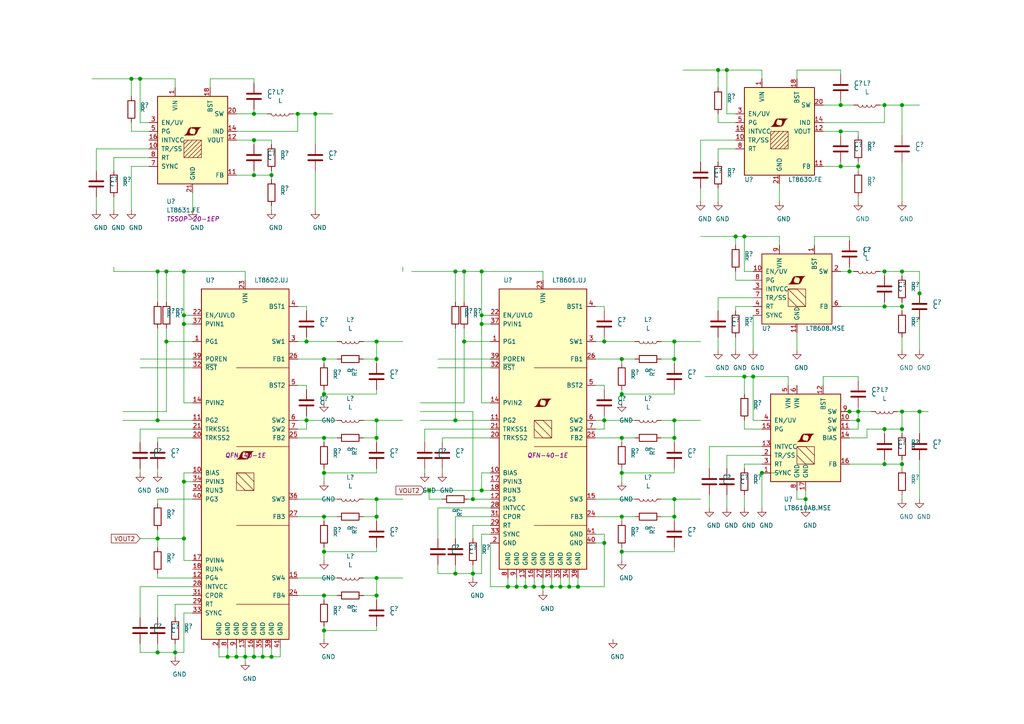
<source format=kicad_sch>
(kicad_sch (version 20201015) (generator eeschema)
  (paper "A4")
  (junction (at 38.1 22.86) (diameter 1.016))
  (junction (at 40.64 22.86) (diameter 1.016))
  (junction (at 45.72 78.74) (diameter 1.016))
  (junction (at 45.72 121.92) (diameter 1.016))
  (junction (at 45.72 156.21) (diameter 1.016))
  (junction (at 45.72 189.23) (diameter 1.016))
  (junction (at 48.26 78.74) (diameter 1.016))
  (junction (at 48.26 99.06) (diameter 1.016))
  (junction (at 50.8 189.23) (diameter 1.016))
  (junction (at 53.34 78.74) (diameter 1.016))
  (junction (at 53.34 91.44) (diameter 1.016))
  (junction (at 53.34 93.98) (diameter 1.016))
  (junction (at 53.34 139.7) (diameter 1.016))
  (junction (at 53.34 156.21) (diameter 1.016))
  (junction (at 66.04 190.5) (diameter 1.016))
  (junction (at 68.58 190.5) (diameter 1.016))
  (junction (at 71.12 190.5) (diameter 1.016))
  (junction (at 73.66 33.02) (diameter 1.016))
  (junction (at 73.66 40.64) (diameter 1.016))
  (junction (at 73.66 50.8) (diameter 1.016))
  (junction (at 73.66 190.5) (diameter 1.016))
  (junction (at 76.2 190.5) (diameter 1.016))
  (junction (at 78.74 50.8) (diameter 1.016))
  (junction (at 78.74 190.5) (diameter 1.016))
  (junction (at 86.36 33.02) (diameter 1.016))
  (junction (at 88.9 99.06) (diameter 1.016))
  (junction (at 88.9 121.92) (diameter 1.016))
  (junction (at 91.44 33.02) (diameter 1.016))
  (junction (at 93.98 104.14) (diameter 1.016))
  (junction (at 93.98 114.3) (diameter 1.016))
  (junction (at 93.98 127) (diameter 1.016))
  (junction (at 93.98 137.16) (diameter 1.016))
  (junction (at 93.98 149.86) (diameter 1.016))
  (junction (at 93.98 160.02) (diameter 1.016))
  (junction (at 93.98 172.72) (diameter 1.016))
  (junction (at 93.98 182.88) (diameter 1.016))
  (junction (at 109.22 99.06) (diameter 1.016))
  (junction (at 109.22 104.14) (diameter 1.016))
  (junction (at 109.22 121.92) (diameter 1.016))
  (junction (at 109.22 127) (diameter 1.016))
  (junction (at 109.22 144.78) (diameter 1.016))
  (junction (at 109.22 149.86) (diameter 1.016))
  (junction (at 109.22 167.64) (diameter 1.016))
  (junction (at 109.22 172.72) (diameter 1.016))
  (junction (at 124.46 142.24) (diameter 1.016))
  (junction (at 132.08 78.74) (diameter 1.016))
  (junction (at 132.08 121.92) (diameter 1.016))
  (junction (at 132.08 166.37) (diameter 1.016))
  (junction (at 134.62 78.74) (diameter 1.016))
  (junction (at 134.62 99.06) (diameter 1.016))
  (junction (at 137.16 144.78) (diameter 1.016))
  (junction (at 137.16 166.37) (diameter 1.016))
  (junction (at 139.7 78.74) (diameter 1.016))
  (junction (at 139.7 91.44) (diameter 1.016))
  (junction (at 139.7 93.98) (diameter 1.016))
  (junction (at 139.7 142.24) (diameter 1.016))
  (junction (at 147.32 170.18) (diameter 1.016))
  (junction (at 149.86 170.18) (diameter 1.016))
  (junction (at 152.4 170.18) (diameter 1.016))
  (junction (at 154.94 170.18) (diameter 1.016))
  (junction (at 157.48 170.18) (diameter 1.016))
  (junction (at 160.02 170.18) (diameter 1.016))
  (junction (at 162.56 170.18) (diameter 1.016))
  (junction (at 165.1 170.18) (diameter 1.016))
  (junction (at 167.64 170.18) (diameter 1.016))
  (junction (at 175.26 99.06) (diameter 1.016))
  (junction (at 175.26 121.92) (diameter 1.016))
  (junction (at 175.26 157.48) (diameter 1.016))
  (junction (at 180.34 104.14) (diameter 1.016))
  (junction (at 180.34 114.3) (diameter 1.016))
  (junction (at 180.34 127) (diameter 1.016))
  (junction (at 180.34 137.16) (diameter 1.016))
  (junction (at 180.34 149.86) (diameter 1.016))
  (junction (at 180.34 160.02) (diameter 1.016))
  (junction (at 195.58 99.06) (diameter 1.016))
  (junction (at 195.58 104.14) (diameter 1.016))
  (junction (at 195.58 121.92) (diameter 1.016))
  (junction (at 195.58 127) (diameter 1.016))
  (junction (at 195.58 144.78) (diameter 1.016))
  (junction (at 195.58 149.86) (diameter 1.016))
  (junction (at 208.28 20.32) (diameter 1.016))
  (junction (at 210.82 20.32) (diameter 1.016))
  (junction (at 213.36 68.58) (diameter 1.016))
  (junction (at 215.9 68.58) (diameter 1.016))
  (junction (at 215.9 109.22) (diameter 1.016))
  (junction (at 218.44 109.22) (diameter 1.016))
  (junction (at 220.98 137.16) (diameter 1.016))
  (junction (at 233.68 144.78) (diameter 1.016))
  (junction (at 243.84 30.48) (diameter 1.016))
  (junction (at 243.84 38.1) (diameter 1.016))
  (junction (at 243.84 48.26) (diameter 1.016))
  (junction (at 246.38 78.74) (diameter 1.016))
  (junction (at 246.38 119.38) (diameter 1.016))
  (junction (at 248.92 48.26) (diameter 1.016))
  (junction (at 248.92 119.38) (diameter 1.016))
  (junction (at 248.92 121.92) (diameter 1.016))
  (junction (at 256.54 30.48) (diameter 1.016))
  (junction (at 256.54 78.74) (diameter 1.016))
  (junction (at 256.54 88.9) (diameter 1.016))
  (junction (at 256.54 124.46) (diameter 1.016))
  (junction (at 256.54 134.62) (diameter 1.016))
  (junction (at 261.62 30.48) (diameter 1.016))
  (junction (at 261.62 78.74) (diameter 1.016))
  (junction (at 261.62 88.9) (diameter 1.016))
  (junction (at 261.62 119.38) (diameter 1.016))
  (junction (at 261.62 124.46) (diameter 1.016))
  (junction (at 261.62 134.62) (diameter 1.016))
  (junction (at 266.7 85.09) (diameter 1.016))
  (junction (at 266.7 119.38) (diameter 1.016))
  (wire (pts (xy 26.67 22.86) (xy 38.1 22.86)))
  (wire (pts (xy 27.94 43.18) (xy 43.18 43.18)))
  (wire (pts (xy 27.94 49.53) (xy 27.94 43.18)))
  (wire (pts (xy 27.94 60.96) (xy 27.94 57.15)))
  (wire (pts (xy 33.02 45.72) (xy 43.18 45.72)))
  (wire (pts (xy 33.02 49.53) (xy 33.02 45.72)))
  (wire (pts (xy 33.02 60.96) (xy 33.02 57.15)))
  (wire (pts (xy 33.02 78.74) (xy 33.02 77.47)))
  (wire (pts (xy 33.02 78.74) (xy 45.72 78.74)))
  (wire (pts (xy 35.56 121.92) (xy 45.72 121.92)))
  (wire (pts (xy 38.1 22.86) (xy 40.64 22.86)))
  (wire (pts (xy 38.1 27.94) (xy 38.1 22.86)))
  (wire (pts (xy 38.1 35.56) (xy 38.1 38.1)))
  (wire (pts (xy 38.1 38.1) (xy 43.18 38.1)))
  (wire (pts (xy 38.1 48.26) (xy 38.1 60.96)))
  (wire (pts (xy 38.1 48.26) (xy 43.18 48.26)))
  (wire (pts (xy 40.64 22.86) (xy 40.64 35.56)))
  (wire (pts (xy 40.64 22.86) (xy 50.8 22.86)))
  (wire (pts (xy 40.64 35.56) (xy 43.18 35.56)))
  (wire (pts (xy 40.64 124.46) (xy 55.88 124.46)))
  (wire (pts (xy 40.64 128.27) (xy 40.64 124.46)))
  (wire (pts (xy 40.64 137.16) (xy 40.64 135.89)))
  (wire (pts (xy 40.64 156.21) (xy 45.72 156.21)))
  (wire (pts (xy 40.64 170.18) (xy 40.64 179.07)))
  (wire (pts (xy 40.64 186.69) (xy 40.64 189.23)))
  (wire (pts (xy 40.64 189.23) (xy 45.72 189.23)))
  (wire (pts (xy 45.72 78.74) (xy 45.72 87.63)))
  (wire (pts (xy 45.72 78.74) (xy 48.26 78.74)))
  (wire (pts (xy 45.72 95.25) (xy 45.72 121.92)))
  (wire (pts (xy 45.72 121.92) (xy 55.88 121.92)))
  (wire (pts (xy 45.72 127) (xy 45.72 128.27)))
  (wire (pts (xy 45.72 137.16) (xy 45.72 135.89)))
  (wire (pts (xy 45.72 144.78) (xy 45.72 146.05)))
  (wire (pts (xy 45.72 153.67) (xy 45.72 156.21)))
  (wire (pts (xy 45.72 156.21) (xy 45.72 158.75)))
  (wire (pts (xy 45.72 156.21) (xy 53.34 156.21)))
  (wire (pts (xy 45.72 166.37) (xy 45.72 167.64)))
  (wire (pts (xy 45.72 167.64) (xy 55.88 167.64)))
  (wire (pts (xy 45.72 172.72) (xy 55.88 172.72)))
  (wire (pts (xy 45.72 179.07) (xy 45.72 172.72)))
  (wire (pts (xy 45.72 186.69) (xy 45.72 189.23)))
  (wire (pts (xy 45.72 189.23) (xy 50.8 189.23)))
  (wire (pts (xy 48.26 78.74) (xy 53.34 78.74)))
  (wire (pts (xy 48.26 87.63) (xy 48.26 78.74)))
  (wire (pts (xy 48.26 95.25) (xy 48.26 99.06)))
  (wire (pts (xy 48.26 99.06) (xy 48.26 119.38)))
  (wire (pts (xy 48.26 119.38) (xy 35.56 119.38)))
  (wire (pts (xy 50.8 22.86) (xy 50.8 25.4)))
  (wire (pts (xy 50.8 175.26) (xy 50.8 179.07)))
  (wire (pts (xy 50.8 186.69) (xy 50.8 189.23)))
  (wire (pts (xy 50.8 189.23) (xy 50.8 190.5)))
  (wire (pts (xy 50.8 189.23) (xy 53.34 189.23)))
  (wire (pts (xy 53.34 78.74) (xy 53.34 91.44)))
  (wire (pts (xy 53.34 78.74) (xy 71.12 78.74)))
  (wire (pts (xy 53.34 91.44) (xy 53.34 93.98)))
  (wire (pts (xy 53.34 93.98) (xy 53.34 116.84)))
  (wire (pts (xy 53.34 93.98) (xy 55.88 93.98)))
  (wire (pts (xy 53.34 116.84) (xy 55.88 116.84)))
  (wire (pts (xy 53.34 137.16) (xy 53.34 139.7)))
  (wire (pts (xy 53.34 139.7) (xy 53.34 156.21)))
  (wire (pts (xy 53.34 156.21) (xy 53.34 162.56)))
  (wire (pts (xy 53.34 162.56) (xy 55.88 162.56)))
  (wire (pts (xy 53.34 177.8) (xy 55.88 177.8)))
  (wire (pts (xy 53.34 189.23) (xy 53.34 177.8)))
  (wire (pts (xy 55.88 55.88) (xy 55.88 60.96)))
  (wire (pts (xy 55.88 91.44) (xy 53.34 91.44)))
  (wire (pts (xy 55.88 99.06) (xy 48.26 99.06)))
  (wire (pts (xy 55.88 104.14) (xy 40.64 104.14)))
  (wire (pts (xy 55.88 106.68) (xy 40.64 106.68)))
  (wire (pts (xy 55.88 127) (xy 45.72 127)))
  (wire (pts (xy 55.88 137.16) (xy 53.34 137.16)))
  (wire (pts (xy 55.88 139.7) (xy 53.34 139.7)))
  (wire (pts (xy 55.88 144.78) (xy 45.72 144.78)))
  (wire (pts (xy 55.88 170.18) (xy 40.64 170.18)))
  (wire (pts (xy 55.88 175.26) (xy 50.8 175.26)))
  (wire (pts (xy 60.96 22.86) (xy 60.96 25.4)))
  (wire (pts (xy 60.96 22.86) (xy 73.66 22.86)))
  (wire (pts (xy 63.5 187.96) (xy 63.5 190.5)))
  (wire (pts (xy 63.5 190.5) (xy 66.04 190.5)))
  (wire (pts (xy 66.04 187.96) (xy 66.04 190.5)))
  (wire (pts (xy 66.04 190.5) (xy 68.58 190.5)))
  (wire (pts (xy 68.58 33.02) (xy 73.66 33.02)))
  (wire (pts (xy 68.58 38.1) (xy 86.36 38.1)))
  (wire (pts (xy 68.58 40.64) (xy 73.66 40.64)))
  (wire (pts (xy 68.58 50.8) (xy 73.66 50.8)))
  (wire (pts (xy 68.58 187.96) (xy 68.58 190.5)))
  (wire (pts (xy 68.58 190.5) (xy 71.12 190.5)))
  (wire (pts (xy 71.12 78.74) (xy 71.12 81.28)))
  (wire (pts (xy 71.12 187.96) (xy 71.12 190.5)))
  (wire (pts (xy 71.12 190.5) (xy 71.12 191.77)))
  (wire (pts (xy 71.12 190.5) (xy 73.66 190.5)))
  (wire (pts (xy 73.66 22.86) (xy 73.66 24.13)))
  (wire (pts (xy 73.66 31.75) (xy 73.66 33.02)))
  (wire (pts (xy 73.66 33.02) (xy 77.47 33.02)))
  (wire (pts (xy 73.66 40.64) (xy 78.74 40.64)))
  (wire (pts (xy 73.66 41.91) (xy 73.66 40.64)))
  (wire (pts (xy 73.66 50.8) (xy 73.66 49.53)))
  (wire (pts (xy 73.66 50.8) (xy 78.74 50.8)))
  (wire (pts (xy 73.66 187.96) (xy 73.66 190.5)))
  (wire (pts (xy 73.66 190.5) (xy 76.2 190.5)))
  (wire (pts (xy 76.2 187.96) (xy 76.2 190.5)))
  (wire (pts (xy 76.2 190.5) (xy 78.74 190.5)))
  (wire (pts (xy 78.74 40.64) (xy 78.74 41.91)))
  (wire (pts (xy 78.74 49.53) (xy 78.74 50.8)))
  (wire (pts (xy 78.74 50.8) (xy 78.74 52.07)))
  (wire (pts (xy 78.74 59.69) (xy 78.74 60.96)))
  (wire (pts (xy 78.74 187.96) (xy 78.74 190.5)))
  (wire (pts (xy 78.74 190.5) (xy 81.28 190.5)))
  (wire (pts (xy 81.28 190.5) (xy 81.28 187.96)))
  (wire (pts (xy 85.09 33.02) (xy 86.36 33.02)))
  (wire (pts (xy 86.36 33.02) (xy 91.44 33.02)))
  (wire (pts (xy 86.36 38.1) (xy 86.36 33.02)))
  (wire (pts (xy 86.36 99.06) (xy 88.9 99.06)))
  (wire (pts (xy 86.36 104.14) (xy 93.98 104.14)))
  (wire (pts (xy 86.36 121.92) (xy 88.9 121.92)))
  (wire (pts (xy 86.36 127) (xy 93.98 127)))
  (wire (pts (xy 86.36 144.78) (xy 97.79 144.78)))
  (wire (pts (xy 86.36 149.86) (xy 93.98 149.86)))
  (wire (pts (xy 86.36 167.64) (xy 97.79 167.64)))
  (wire (pts (xy 86.36 172.72) (xy 93.98 172.72)))
  (wire (pts (xy 88.9 88.9) (xy 86.36 88.9)))
  (wire (pts (xy 88.9 90.17) (xy 88.9 88.9)))
  (wire (pts (xy 88.9 97.79) (xy 88.9 99.06)))
  (wire (pts (xy 88.9 99.06) (xy 97.79 99.06)))
  (wire (pts (xy 88.9 111.76) (xy 86.36 111.76)))
  (wire (pts (xy 88.9 113.03) (xy 88.9 111.76)))
  (wire (pts (xy 88.9 120.65) (xy 88.9 121.92)))
  (wire (pts (xy 88.9 121.92) (xy 88.9 124.46)))
  (wire (pts (xy 88.9 121.92) (xy 97.79 121.92)))
  (wire (pts (xy 88.9 124.46) (xy 86.36 124.46)))
  (wire (pts (xy 91.44 33.02) (xy 91.44 41.91)))
  (wire (pts (xy 91.44 33.02) (xy 96.52 33.02)))
  (wire (pts (xy 91.44 60.96) (xy 91.44 49.53)))
  (wire (pts (xy 93.98 104.14) (xy 97.79 104.14)))
  (wire (pts (xy 93.98 105.41) (xy 93.98 104.14)))
  (wire (pts (xy 93.98 113.03) (xy 93.98 114.3)))
  (wire (pts (xy 93.98 114.3) (xy 93.98 116.84)))
  (wire (pts (xy 93.98 114.3) (xy 109.22 114.3)))
  (wire (pts (xy 93.98 127) (xy 97.79 127)))
  (wire (pts (xy 93.98 128.27) (xy 93.98 127)))
  (wire (pts (xy 93.98 135.89) (xy 93.98 137.16)))
  (wire (pts (xy 93.98 137.16) (xy 93.98 139.7)))
  (wire (pts (xy 93.98 137.16) (xy 109.22 137.16)))
  (wire (pts (xy 93.98 149.86) (xy 97.79 149.86)))
  (wire (pts (xy 93.98 151.13) (xy 93.98 149.86)))
  (wire (pts (xy 93.98 158.75) (xy 93.98 160.02)))
  (wire (pts (xy 93.98 160.02) (xy 93.98 162.56)))
  (wire (pts (xy 93.98 160.02) (xy 109.22 160.02)))
  (wire (pts (xy 93.98 172.72) (xy 97.79 172.72)))
  (wire (pts (xy 93.98 173.99) (xy 93.98 172.72)))
  (wire (pts (xy 93.98 181.61) (xy 93.98 182.88)))
  (wire (pts (xy 93.98 182.88) (xy 93.98 185.42)))
  (wire (pts (xy 93.98 182.88) (xy 109.22 182.88)))
  (wire (pts (xy 105.41 99.06) (xy 109.22 99.06)))
  (wire (pts (xy 105.41 104.14) (xy 109.22 104.14)))
  (wire (pts (xy 105.41 121.92) (xy 109.22 121.92)))
  (wire (pts (xy 105.41 127) (xy 109.22 127)))
  (wire (pts (xy 105.41 144.78) (xy 109.22 144.78)))
  (wire (pts (xy 105.41 149.86) (xy 109.22 149.86)))
  (wire (pts (xy 105.41 167.64) (xy 109.22 167.64)))
  (wire (pts (xy 105.41 172.72) (xy 109.22 172.72)))
  (wire (pts (xy 109.22 99.06) (xy 109.22 104.14)))
  (wire (pts (xy 109.22 99.06) (xy 116.84 99.06)))
  (wire (pts (xy 109.22 104.14) (xy 109.22 105.41)))
  (wire (pts (xy 109.22 114.3) (xy 109.22 113.03)))
  (wire (pts (xy 109.22 121.92) (xy 109.22 127)))
  (wire (pts (xy 109.22 121.92) (xy 116.84 121.92)))
  (wire (pts (xy 109.22 127) (xy 109.22 128.27)))
  (wire (pts (xy 109.22 137.16) (xy 109.22 135.89)))
  (wire (pts (xy 109.22 144.78) (xy 109.22 149.86)))
  (wire (pts (xy 109.22 144.78) (xy 116.84 144.78)))
  (wire (pts (xy 109.22 149.86) (xy 109.22 151.13)))
  (wire (pts (xy 109.22 160.02) (xy 109.22 158.75)))
  (wire (pts (xy 109.22 167.64) (xy 109.22 172.72)))
  (wire (pts (xy 109.22 167.64) (xy 116.84 167.64)))
  (wire (pts (xy 109.22 172.72) (xy 109.22 173.99)))
  (wire (pts (xy 109.22 182.88) (xy 109.22 181.61)))
  (wire (pts (xy 116.84 78.74) (xy 116.84 77.47)))
  (wire (pts (xy 119.38 78.74) (xy 132.08 78.74)))
  (wire (pts (xy 121.92 121.92) (xy 132.08 121.92)))
  (wire (pts (xy 123.19 124.46) (xy 142.24 124.46)))
  (wire (pts (xy 123.19 128.27) (xy 123.19 124.46)))
  (wire (pts (xy 123.19 137.16) (xy 123.19 135.89)))
  (wire (pts (xy 123.19 142.24) (xy 124.46 142.24)))
  (wire (pts (xy 124.46 142.24) (xy 124.46 144.78)))
  (wire (pts (xy 124.46 142.24) (xy 139.7 142.24)))
  (wire (pts (xy 124.46 144.78) (xy 128.27 144.78)))
  (wire (pts (xy 127 147.32) (xy 127 156.21)))
  (wire (pts (xy 127 163.83) (xy 127 166.37)))
  (wire (pts (xy 127 166.37) (xy 132.08 166.37)))
  (wire (pts (xy 128.27 127) (xy 128.27 128.27)))
  (wire (pts (xy 128.27 137.16) (xy 128.27 135.89)))
  (wire (pts (xy 132.08 78.74) (xy 132.08 87.63)))
  (wire (pts (xy 132.08 78.74) (xy 134.62 78.74)))
  (wire (pts (xy 132.08 95.25) (xy 132.08 121.92)))
  (wire (pts (xy 132.08 121.92) (xy 142.24 121.92)))
  (wire (pts (xy 132.08 149.86) (xy 142.24 149.86)))
  (wire (pts (xy 132.08 156.21) (xy 132.08 149.86)))
  (wire (pts (xy 132.08 163.83) (xy 132.08 166.37)))
  (wire (pts (xy 132.08 166.37) (xy 137.16 166.37)))
  (wire (pts (xy 134.62 78.74) (xy 139.7 78.74)))
  (wire (pts (xy 134.62 87.63) (xy 134.62 78.74)))
  (wire (pts (xy 134.62 95.25) (xy 134.62 99.06)))
  (wire (pts (xy 134.62 99.06) (xy 134.62 116.84)))
  (wire (pts (xy 134.62 116.84) (xy 121.92 116.84)))
  (wire (pts (xy 135.89 144.78) (xy 137.16 144.78)))
  (wire (pts (xy 137.16 119.38) (xy 121.92 119.38)))
  (wire (pts (xy 137.16 144.78) (xy 137.16 119.38)))
  (wire (pts (xy 137.16 144.78) (xy 142.24 144.78)))
  (wire (pts (xy 137.16 152.4) (xy 137.16 156.21)))
  (wire (pts (xy 137.16 163.83) (xy 137.16 166.37)))
  (wire (pts (xy 137.16 166.37) (xy 137.16 167.64)))
  (wire (pts (xy 137.16 166.37) (xy 139.7 166.37)))
  (wire (pts (xy 139.7 78.74) (xy 139.7 91.44)))
  (wire (pts (xy 139.7 78.74) (xy 157.48 78.74)))
  (wire (pts (xy 139.7 91.44) (xy 139.7 93.98)))
  (wire (pts (xy 139.7 93.98) (xy 139.7 116.84)))
  (wire (pts (xy 139.7 93.98) (xy 142.24 93.98)))
  (wire (pts (xy 139.7 116.84) (xy 142.24 116.84)))
  (wire (pts (xy 139.7 137.16) (xy 139.7 142.24)))
  (wire (pts (xy 139.7 142.24) (xy 142.24 142.24)))
  (wire (pts (xy 139.7 154.94) (xy 142.24 154.94)))
  (wire (pts (xy 139.7 166.37) (xy 139.7 154.94)))
  (wire (pts (xy 142.24 91.44) (xy 139.7 91.44)))
  (wire (pts (xy 142.24 99.06) (xy 134.62 99.06)))
  (wire (pts (xy 142.24 104.14) (xy 127 104.14)))
  (wire (pts (xy 142.24 106.68) (xy 127 106.68)))
  (wire (pts (xy 142.24 127) (xy 128.27 127)))
  (wire (pts (xy 142.24 137.16) (xy 139.7 137.16)))
  (wire (pts (xy 142.24 147.32) (xy 127 147.32)))
  (wire (pts (xy 142.24 152.4) (xy 137.16 152.4)))
  (wire (pts (xy 142.24 170.18) (xy 142.24 157.48)))
  (wire (pts (xy 147.32 167.64) (xy 147.32 170.18)))
  (wire (pts (xy 147.32 170.18) (xy 142.24 170.18)))
  (wire (pts (xy 149.86 170.18) (xy 147.32 170.18)))
  (wire (pts (xy 149.86 170.18) (xy 149.86 167.64)))
  (wire (pts (xy 152.4 167.64) (xy 152.4 170.18)))
  (wire (pts (xy 152.4 170.18) (xy 149.86 170.18)))
  (wire (pts (xy 154.94 167.64) (xy 154.94 170.18)))
  (wire (pts (xy 154.94 170.18) (xy 152.4 170.18)))
  (wire (pts (xy 157.48 78.74) (xy 157.48 81.28)))
  (wire (pts (xy 157.48 167.64) (xy 157.48 170.18)))
  (wire (pts (xy 157.48 170.18) (xy 154.94 170.18)))
  (wire (pts (xy 157.48 170.18) (xy 157.48 171.45)))
  (wire (pts (xy 160.02 167.64) (xy 160.02 170.18)))
  (wire (pts (xy 160.02 170.18) (xy 157.48 170.18)))
  (wire (pts (xy 162.56 167.64) (xy 162.56 170.18)))
  (wire (pts (xy 162.56 170.18) (xy 160.02 170.18)))
  (wire (pts (xy 165.1 167.64) (xy 165.1 170.18)))
  (wire (pts (xy 165.1 170.18) (xy 162.56 170.18)))
  (wire (pts (xy 167.64 170.18) (xy 165.1 170.18)))
  (wire (pts (xy 167.64 170.18) (xy 167.64 167.64)))
  (wire (pts (xy 172.72 99.06) (xy 175.26 99.06)))
  (wire (pts (xy 172.72 104.14) (xy 180.34 104.14)))
  (wire (pts (xy 172.72 121.92) (xy 175.26 121.92)))
  (wire (pts (xy 172.72 127) (xy 180.34 127)))
  (wire (pts (xy 172.72 144.78) (xy 184.15 144.78)))
  (wire (pts (xy 172.72 149.86) (xy 180.34 149.86)))
  (wire (pts (xy 172.72 154.94) (xy 175.26 154.94)))
  (wire (pts (xy 172.72 157.48) (xy 175.26 157.48)))
  (wire (pts (xy 175.26 88.9) (xy 172.72 88.9)))
  (wire (pts (xy 175.26 90.17) (xy 175.26 88.9)))
  (wire (pts (xy 175.26 97.79) (xy 175.26 99.06)))
  (wire (pts (xy 175.26 99.06) (xy 184.15 99.06)))
  (wire (pts (xy 175.26 111.76) (xy 172.72 111.76)))
  (wire (pts (xy 175.26 113.03) (xy 175.26 111.76)))
  (wire (pts (xy 175.26 120.65) (xy 175.26 121.92)))
  (wire (pts (xy 175.26 121.92) (xy 175.26 124.46)))
  (wire (pts (xy 175.26 121.92) (xy 184.15 121.92)))
  (wire (pts (xy 175.26 124.46) (xy 172.72 124.46)))
  (wire (pts (xy 175.26 154.94) (xy 175.26 157.48)))
  (wire (pts (xy 175.26 157.48) (xy 175.26 170.18)))
  (wire (pts (xy 175.26 170.18) (xy 167.64 170.18)))
  (wire (pts (xy 180.34 104.14) (xy 184.15 104.14)))
  (wire (pts (xy 180.34 105.41) (xy 180.34 104.14)))
  (wire (pts (xy 180.34 113.03) (xy 180.34 114.3)))
  (wire (pts (xy 180.34 114.3) (xy 180.34 116.84)))
  (wire (pts (xy 180.34 114.3) (xy 195.58 114.3)))
  (wire (pts (xy 180.34 127) (xy 184.15 127)))
  (wire (pts (xy 180.34 128.27) (xy 180.34 127)))
  (wire (pts (xy 180.34 135.89) (xy 180.34 137.16)))
  (wire (pts (xy 180.34 137.16) (xy 180.34 139.7)))
  (wire (pts (xy 180.34 137.16) (xy 195.58 137.16)))
  (wire (pts (xy 180.34 149.86) (xy 184.15 149.86)))
  (wire (pts (xy 180.34 151.13) (xy 180.34 149.86)))
  (wire (pts (xy 180.34 158.75) (xy 180.34 160.02)))
  (wire (pts (xy 180.34 160.02) (xy 180.34 162.56)))
  (wire (pts (xy 180.34 160.02) (xy 195.58 160.02)))
  (wire (pts (xy 191.77 99.06) (xy 195.58 99.06)))
  (wire (pts (xy 191.77 104.14) (xy 195.58 104.14)))
  (wire (pts (xy 191.77 121.92) (xy 195.58 121.92)))
  (wire (pts (xy 191.77 127) (xy 195.58 127)))
  (wire (pts (xy 191.77 144.78) (xy 195.58 144.78)))
  (wire (pts (xy 191.77 149.86) (xy 195.58 149.86)))
  (wire (pts (xy 195.58 99.06) (xy 195.58 104.14)))
  (wire (pts (xy 195.58 99.06) (xy 203.2 99.06)))
  (wire (pts (xy 195.58 104.14) (xy 195.58 105.41)))
  (wire (pts (xy 195.58 114.3) (xy 195.58 113.03)))
  (wire (pts (xy 195.58 121.92) (xy 195.58 127)))
  (wire (pts (xy 195.58 121.92) (xy 203.2 121.92)))
  (wire (pts (xy 195.58 127) (xy 195.58 128.27)))
  (wire (pts (xy 195.58 137.16) (xy 195.58 135.89)))
  (wire (pts (xy 195.58 144.78) (xy 195.58 149.86)))
  (wire (pts (xy 195.58 144.78) (xy 203.2 144.78)))
  (wire (pts (xy 195.58 149.86) (xy 195.58 151.13)))
  (wire (pts (xy 195.58 160.02) (xy 195.58 158.75)))
  (wire (pts (xy 198.12 20.32) (xy 208.28 20.32)))
  (wire (pts (xy 203.2 40.64) (xy 213.36 40.64)))
  (wire (pts (xy 203.2 46.99) (xy 203.2 40.64)))
  (wire (pts (xy 203.2 58.42) (xy 203.2 54.61)))
  (wire (pts (xy 203.2 68.58) (xy 213.36 68.58)))
  (wire (pts (xy 204.47 109.22) (xy 215.9 109.22)))
  (wire (pts (xy 205.74 129.54) (xy 220.98 129.54)))
  (wire (pts (xy 205.74 135.89) (xy 205.74 129.54)))
  (wire (pts (xy 205.74 143.51) (xy 205.74 147.32)))
  (wire (pts (xy 208.28 20.32) (xy 210.82 20.32)))
  (wire (pts (xy 208.28 25.4) (xy 208.28 20.32)))
  (wire (pts (xy 208.28 33.02) (xy 208.28 35.56)))
  (wire (pts (xy 208.28 35.56) (xy 213.36 35.56)))
  (wire (pts (xy 208.28 43.18) (xy 213.36 43.18)))
  (wire (pts (xy 208.28 46.99) (xy 208.28 43.18)))
  (wire (pts (xy 208.28 58.42) (xy 208.28 54.61)))
  (wire (pts (xy 208.28 86.36) (xy 208.28 90.17)))
  (wire (pts (xy 208.28 86.36) (xy 218.44 86.36)))
  (wire (pts (xy 208.28 101.6) (xy 208.28 97.79)))
  (wire (pts (xy 210.82 20.32) (xy 210.82 33.02)))
  (wire (pts (xy 210.82 20.32) (xy 220.98 20.32)))
  (wire (pts (xy 210.82 33.02) (xy 213.36 33.02)))
  (wire (pts (xy 210.82 132.08) (xy 220.98 132.08)))
  (wire (pts (xy 210.82 135.89) (xy 210.82 132.08)))
  (wire (pts (xy 210.82 147.32) (xy 210.82 143.51)))
  (wire (pts (xy 213.36 68.58) (xy 215.9 68.58)))
  (wire (pts (xy 213.36 71.12) (xy 213.36 68.58)))
  (wire (pts (xy 213.36 78.74) (xy 213.36 81.28)))
  (wire (pts (xy 213.36 81.28) (xy 218.44 81.28)))
  (wire (pts (xy 213.36 88.9) (xy 213.36 90.17)))
  (wire (pts (xy 213.36 88.9) (xy 218.44 88.9)))
  (wire (pts (xy 213.36 101.6) (xy 213.36 97.79)))
  (wire (pts (xy 215.9 68.58) (xy 215.9 78.74)))
  (wire (pts (xy 215.9 68.58) (xy 226.06 68.58)))
  (wire (pts (xy 215.9 78.74) (xy 218.44 78.74)))
  (wire (pts (xy 215.9 109.22) (xy 218.44 109.22)))
  (wire (pts (xy 215.9 114.3) (xy 215.9 109.22)))
  (wire (pts (xy 215.9 121.92) (xy 215.9 124.46)))
  (wire (pts (xy 215.9 124.46) (xy 220.98 124.46)))
  (wire (pts (xy 215.9 134.62) (xy 220.98 134.62)))
  (wire (pts (xy 215.9 135.89) (xy 215.9 134.62)))
  (wire (pts (xy 215.9 147.32) (xy 215.9 143.51)))
  (wire (pts (xy 218.44 101.6) (xy 218.44 91.44)))
  (wire (pts (xy 218.44 109.22) (xy 218.44 121.92)))
  (wire (pts (xy 218.44 109.22) (xy 228.6 109.22)))
  (wire (pts (xy 218.44 121.92) (xy 220.98 121.92)))
  (wire (pts (xy 220.98 20.32) (xy 220.98 22.86)))
  (wire (pts (xy 220.98 137.16) (xy 220.98 147.32)))
  (wire (pts (xy 220.98 137.16) (xy 226.06 137.16)))
  (wire (pts (xy 226.06 53.34) (xy 226.06 58.42)))
  (wire (pts (xy 226.06 68.58) (xy 226.06 71.12)))
  (wire (pts (xy 228.6 109.22) (xy 228.6 111.76)))
  (wire (pts (xy 231.14 20.32) (xy 231.14 22.86)))
  (wire (pts (xy 231.14 20.32) (xy 243.84 20.32)))
  (wire (pts (xy 231.14 96.52) (xy 231.14 101.6)))
  (wire (pts (xy 231.14 142.24) (xy 231.14 144.78)))
  (wire (pts (xy 231.14 144.78) (xy 233.68 144.78)))
  (wire (pts (xy 233.68 142.24) (xy 233.68 144.78)))
  (wire (pts (xy 233.68 144.78) (xy 233.68 147.32)))
  (wire (pts (xy 236.22 68.58) (xy 236.22 71.12)))
  (wire (pts (xy 236.22 68.58) (xy 246.38 68.58)))
  (wire (pts (xy 238.76 30.48) (xy 243.84 30.48)))
  (wire (pts (xy 238.76 35.56) (xy 256.54 35.56)))
  (wire (pts (xy 238.76 38.1) (xy 243.84 38.1)))
  (wire (pts (xy 238.76 48.26) (xy 243.84 48.26)))
  (wire (pts (xy 238.76 109.22) (xy 238.76 111.76)))
  (wire (pts (xy 238.76 109.22) (xy 248.92 109.22)))
  (wire (pts (xy 243.84 20.32) (xy 243.84 21.59)))
  (wire (pts (xy 243.84 29.21) (xy 243.84 30.48)))
  (wire (pts (xy 243.84 30.48) (xy 247.65 30.48)))
  (wire (pts (xy 243.84 38.1) (xy 248.92 38.1)))
  (wire (pts (xy 243.84 39.37) (xy 243.84 38.1)))
  (wire (pts (xy 243.84 48.26) (xy 243.84 46.99)))
  (wire (pts (xy 243.84 48.26) (xy 248.92 48.26)))
  (wire (pts (xy 243.84 78.74) (xy 246.38 78.74)))
  (wire (pts (xy 243.84 88.9) (xy 256.54 88.9)))
  (wire (pts (xy 243.84 119.38) (xy 246.38 119.38)))
  (wire (pts (xy 246.38 68.58) (xy 246.38 69.85)))
  (wire (pts (xy 246.38 77.47) (xy 246.38 78.74)))
  (wire (pts (xy 246.38 78.74) (xy 247.65 78.74)))
  (wire (pts (xy 246.38 119.38) (xy 248.92 119.38)))
  (wire (pts (xy 246.38 121.92) (xy 248.92 121.92)))
  (wire (pts (xy 246.38 127) (xy 251.46 127)))
  (wire (pts (xy 246.38 134.62) (xy 256.54 134.62)))
  (wire (pts (xy 248.92 38.1) (xy 248.92 39.37)))
  (wire (pts (xy 248.92 46.99) (xy 248.92 48.26)))
  (wire (pts (xy 248.92 48.26) (xy 248.92 49.53)))
  (wire (pts (xy 248.92 57.15) (xy 248.92 58.42)))
  (wire (pts (xy 248.92 109.22) (xy 248.92 110.49)))
  (wire (pts (xy 248.92 118.11) (xy 248.92 119.38)))
  (wire (pts (xy 248.92 119.38) (xy 248.92 121.92)))
  (wire (pts (xy 248.92 119.38) (xy 252.73 119.38)))
  (wire (pts (xy 248.92 121.92) (xy 248.92 124.46)))
  (wire (pts (xy 248.92 124.46) (xy 246.38 124.46)))
  (wire (pts (xy 251.46 124.46) (xy 256.54 124.46)))
  (wire (pts (xy 251.46 127) (xy 251.46 124.46)))
  (wire (pts (xy 255.27 30.48) (xy 256.54 30.48)))
  (wire (pts (xy 255.27 78.74) (xy 256.54 78.74)))
  (wire (pts (xy 256.54 30.48) (xy 261.62 30.48)))
  (wire (pts (xy 256.54 35.56) (xy 256.54 30.48)))
  (wire (pts (xy 256.54 78.74) (xy 261.62 78.74)))
  (wire (pts (xy 256.54 80.01) (xy 256.54 78.74)))
  (wire (pts (xy 256.54 88.9) (xy 256.54 87.63)))
  (wire (pts (xy 256.54 88.9) (xy 261.62 88.9)))
  (wire (pts (xy 256.54 124.46) (xy 261.62 124.46)))
  (wire (pts (xy 256.54 125.73) (xy 256.54 124.46)))
  (wire (pts (xy 256.54 134.62) (xy 256.54 133.35)))
  (wire (pts (xy 256.54 134.62) (xy 261.62 134.62)))
  (wire (pts (xy 260.35 119.38) (xy 261.62 119.38)))
  (wire (pts (xy 261.62 30.48) (xy 261.62 39.37)))
  (wire (pts (xy 261.62 30.48) (xy 266.7 30.48)))
  (wire (pts (xy 261.62 58.42) (xy 261.62 46.99)))
  (wire (pts (xy 261.62 78.74) (xy 261.62 80.01)))
  (wire (pts (xy 261.62 78.74) (xy 266.7 78.74)))
  (wire (pts (xy 261.62 87.63) (xy 261.62 88.9)))
  (wire (pts (xy 261.62 88.9) (xy 261.62 90.17)))
  (wire (pts (xy 261.62 97.79) (xy 261.62 101.6)))
  (wire (pts (xy 261.62 119.38) (xy 261.62 124.46)))
  (wire (pts (xy 261.62 119.38) (xy 266.7 119.38)))
  (wire (pts (xy 261.62 124.46) (xy 261.62 125.73)))
  (wire (pts (xy 261.62 133.35) (xy 261.62 134.62)))
  (wire (pts (xy 261.62 134.62) (xy 261.62 135.89)))
  (wire (pts (xy 261.62 143.51) (xy 261.62 144.78)))
  (wire (pts (xy 266.7 78.74) (xy 266.7 85.09)))
  (wire (pts (xy 266.7 85.09) (xy 266.7 87.63)))
  (wire (pts (xy 266.7 101.6) (xy 266.7 92.71)))
  (wire (pts (xy 266.7 119.38) (xy 266.7 125.73)))
  (wire (pts (xy 266.7 119.38) (xy 269.24 119.38)))
  (wire (pts (xy 266.7 144.78) (xy 266.7 133.35)))
  (global_label "VOUT2" (shape input) (at 40.64 156.21 180) (property "Intersheet References" "${INTERSHEET_REFS}" (effects hide)))
  (global_label "VOUT2" (shape input) (at 123.19 142.24 180) (property "Intersheet References" "${INTERSHEET_REFS}" (effects hide)))
  (symbol (lib_id "Device:L") (at 81.28 33.02 270) (unit 1)
    (property "Reference" "L?" (at 81.28 26.67 90))
    (property "Value" "L" (at 81.28 29.21 90))
  )
  (symbol (lib_id "Device:L") (at 101.6 99.06 270) (unit 1)
    (property "Reference" "L?" (at 101.6 92.71 90))
    (property "Value" "L" (at 101.6 95.25 90))
  )
  (symbol (lib_id "Device:L") (at 101.6 121.92 270) (unit 1)
    (property "Reference" "L?" (at 101.6 115.57 90))
    (property "Value" "L" (at 101.6 118.11 90))
  )
  (symbol (lib_id "Device:L") (at 101.6 144.78 270) (unit 1)
    (property "Reference" "L?" (at 101.6 138.43 90))
    (property "Value" "L" (at 101.6 140.97 90))
  )
  (symbol (lib_id "Device:L") (at 101.6 167.64 270) (unit 1)
    (property "Reference" "L?" (at 101.6 161.29 90))
    (property "Value" "L" (at 101.6 163.83 90))
  )
  (symbol (lib_id "Device:L") (at 187.96 99.06 270) (unit 1)
    (property "Reference" "L?" (at 187.96 92.71 90))
    (property "Value" "L" (at 187.96 95.25 90))
  )
  (symbol (lib_id "Device:L") (at 187.96 121.92 270) (unit 1)
    (property "Reference" "L?" (at 187.96 115.57 90))
    (property "Value" "L" (at 187.96 118.11 90))
  )
  (symbol (lib_id "Device:L") (at 187.96 144.78 270) (unit 1)
    (property "Reference" "L?" (at 187.96 138.43 90))
    (property "Value" "L" (at 187.96 140.97 90))
  )
  (symbol (lib_id "Device:L") (at 251.46 30.48 270) (unit 1)
    (property "Reference" "L?" (at 251.46 24.13 90))
    (property "Value" "L" (at 251.46 26.67 90))
  )
  (symbol (lib_id "Device:L") (at 251.46 78.74 270) (unit 1)
    (property "Reference" "L?" (at 251.46 72.39 90))
    (property "Value" "L" (at 251.46 74.93 90))
  )
  (symbol (lib_id "Device:L") (at 256.54 119.38 270) (unit 1)
    (property "Reference" "L?" (at 256.54 113.03 90))
    (property "Value" "L" (at 256.54 115.57 90))
  )
  (symbol (lib_id "power:GND") (at 27.94 60.96 0) (unit 1)
    (property "Reference" "#PWR?" (effects hide))
    (property "Value" "GND" (at 29.21 66.04 0))
  )
  (symbol (lib_id "power:GND") (at 33.02 60.96 0) (unit 1)
    (property "Reference" "#PWR?" (effects hide))
    (property "Value" "GND" (at 34.29 66.04 0))
  )
  (symbol (lib_id "power:GND") (at 38.1 60.96 0) (unit 1)
    (property "Reference" "#PWR?" (effects hide))
    (property "Value" "GND" (at 39.37 66.04 0))
  )
  (symbol (lib_id "power:GND") (at 40.64 137.16 0) (unit 1)
    (property "Reference" "#PWR?" (effects hide))
    (property "Value" "GND" (at 41.91 142.24 0))
  )
  (symbol (lib_id "power:GND") (at 45.72 137.16 0) (unit 1)
    (property "Reference" "#PWR?" (effects hide))
    (property "Value" "GND" (at 46.99 142.24 0))
  )
  (symbol (lib_id "power:GND") (at 50.8 190.5 0) (unit 1)
    (property "Reference" "#PWR?" (effects hide))
    (property "Value" "GND" (at 52.07 195.58 0))
  )
  (symbol (lib_id "power:GND") (at 55.88 60.96 0) (unit 1)
    (property "Reference" "#PWR?" (effects hide))
    (property "Value" "GND" (at 57.15 66.04 0))
  )
  (symbol (lib_id "power:GND") (at 71.12 191.77 0) (unit 1)
    (property "Reference" "#PWR?" (effects hide))
    (property "Value" "GND" (at 72.39 196.85 0))
  )
  (symbol (lib_id "power:GND") (at 78.74 60.96 0) (unit 1)
    (property "Reference" "#PWR?" (effects hide))
    (property "Value" "GND" (at 80.01 66.04 0))
  )
  (symbol (lib_id "power:GND") (at 91.44 60.96 0) (unit 1)
    (property "Reference" "#PWR?" (effects hide))
    (property "Value" "GND" (at 92.71 66.04 0))
  )
  (symbol (lib_id "power:GND") (at 93.98 116.84 0) (unit 1)
    (property "Reference" "#PWR?" (effects hide))
    (property "Value" "GND" (at 95.25 121.92 0))
  )
  (symbol (lib_id "power:GND") (at 93.98 139.7 0) (unit 1)
    (property "Reference" "#PWR?" (effects hide))
    (property "Value" "GND" (at 95.25 144.78 0))
  )
  (symbol (lib_id "power:GND") (at 93.98 162.56 0) (unit 1)
    (property "Reference" "#PWR?" (effects hide))
    (property "Value" "GND" (at 95.25 167.64 0))
  )
  (symbol (lib_id "power:GND") (at 93.98 185.42 0) (unit 1)
    (property "Reference" "#PWR?" (effects hide))
    (property "Value" "GND" (at 95.25 190.5 0))
  )
  (symbol (lib_id "power:GND") (at 123.19 137.16 0) (unit 1)
    (property "Reference" "#PWR?" (effects hide))
    (property "Value" "GND" (at 124.46 142.24 0))
  )
  (symbol (lib_id "power:GND") (at 128.27 137.16 0) (unit 1)
    (property "Reference" "#PWR?" (effects hide))
    (property "Value" "GND" (at 129.54 142.24 0))
  )
  (symbol (lib_id "power:GND") (at 137.16 167.64 0) (unit 1)
    (property "Reference" "#PWR?" (effects hide))
    (property "Value" "GND" (at 138.43 172.72 0))
  )
  (symbol (lib_id "power:GND") (at 157.48 171.45 0) (unit 1)
    (property "Reference" "#PWR?" (effects hide))
    (property "Value" "GND" (at 158.75 176.53 0))
  )
  (symbol (lib_id "power:GND") (at 177.8 185.42 0) (unit 1)
    (property "Reference" "#PWR?" (effects hide))
    (property "Value" "GND" (at 179.07 190.5 0))
  )
  (symbol (lib_id "power:GND") (at 180.34 116.84 0) (unit 1)
    (property "Reference" "#PWR?" (effects hide))
    (property "Value" "GND" (at 181.61 121.92 0))
  )
  (symbol (lib_id "power:GND") (at 180.34 139.7 0) (unit 1)
    (property "Reference" "#PWR?" (effects hide))
    (property "Value" "GND" (at 181.61 144.78 0))
  )
  (symbol (lib_id "power:GND") (at 180.34 162.56 0) (unit 1)
    (property "Reference" "#PWR?" (effects hide))
    (property "Value" "GND" (at 181.61 167.64 0))
  )
  (symbol (lib_id "power:GND") (at 203.2 58.42 0) (unit 1)
    (property "Reference" "#PWR?" (effects hide))
    (property "Value" "GND" (at 204.47 63.5 0))
  )
  (symbol (lib_id "power:GND") (at 205.74 147.32 0) (unit 1)
    (property "Reference" "#PWR?" (effects hide))
    (property "Value" "GND" (at 207.01 152.4 0))
  )
  (symbol (lib_id "power:GND") (at 208.28 58.42 0) (unit 1)
    (property "Reference" "#PWR?" (effects hide))
    (property "Value" "GND" (at 209.55 63.5 0))
  )
  (symbol (lib_id "power:GND") (at 208.28 101.6 0) (unit 1)
    (property "Reference" "#PWR?" (effects hide))
    (property "Value" "GND" (at 209.55 106.68 0))
  )
  (symbol (lib_id "power:GND") (at 210.82 147.32 0) (unit 1)
    (property "Reference" "#PWR?" (effects hide))
    (property "Value" "GND" (at 212.09 152.4 0))
  )
  (symbol (lib_id "power:GND") (at 213.36 101.6 0) (unit 1)
    (property "Reference" "#PWR?" (effects hide))
    (property "Value" "GND" (at 214.63 106.68 0))
  )
  (symbol (lib_id "power:GND") (at 215.9 147.32 0) (unit 1)
    (property "Reference" "#PWR?" (effects hide))
    (property "Value" "GND" (at 217.17 152.4 0))
  )
  (symbol (lib_id "power:GND") (at 218.44 101.6 0) (unit 1)
    (property "Reference" "#PWR?" (effects hide))
    (property "Value" "GND" (at 219.71 106.68 0))
  )
  (symbol (lib_id "power:GND") (at 220.98 147.32 0) (unit 1)
    (property "Reference" "#PWR?" (effects hide))
    (property "Value" "GND" (at 222.25 152.4 0))
  )
  (symbol (lib_id "power:GND") (at 226.06 58.42 0) (unit 1)
    (property "Reference" "#PWR?" (effects hide))
    (property "Value" "GND" (at 227.33 63.5 0))
  )
  (symbol (lib_id "power:GND") (at 231.14 101.6 0) (unit 1)
    (property "Reference" "#PWR?" (effects hide))
    (property "Value" "GND" (at 232.41 106.68 0))
  )
  (symbol (lib_id "power:GND") (at 233.68 147.32 0) (unit 1)
    (property "Reference" "#PWR?" (effects hide))
    (property "Value" "GND" (at 234.95 152.4 0))
  )
  (symbol (lib_id "power:GND") (at 248.92 58.42 0) (unit 1)
    (property "Reference" "#PWR?" (effects hide))
    (property "Value" "GND" (at 250.19 63.5 0))
  )
  (symbol (lib_id "power:GND") (at 261.62 58.42 0) (unit 1)
    (property "Reference" "#PWR?" (effects hide))
    (property "Value" "GND" (at 262.89 63.5 0))
  )
  (symbol (lib_id "power:GND") (at 261.62 101.6 0) (unit 1)
    (property "Reference" "#PWR?" (effects hide))
    (property "Value" "GND" (at 262.89 106.68 0))
  )
  (symbol (lib_id "power:GND") (at 261.62 144.78 0) (unit 1)
    (property "Reference" "#PWR?" (effects hide))
    (property "Value" "GND" (at 262.89 149.86 0))
  )
  (symbol (lib_id "power:GND") (at 266.7 101.6 0) (unit 1)
    (property "Reference" "#PWR?" (effects hide))
    (property "Value" "GND" (at 267.97 106.68 0))
  )
  (symbol (lib_id "power:GND") (at 266.7 144.78 0) (unit 1)
    (property "Reference" "#PWR?" (effects hide))
    (property "Value" "GND" (at 267.97 149.86 0))
  )
  (symbol (lib_id "Device:R") (at 33.02 53.34 0) (unit 1)
    (property "Reference" "R?" (at 35.56 52.07 0) (effects (justify left)))
    (property "Value" "R" (at 35.56 53.34 0) (effects (justify left)))
  )
  (symbol (lib_id "Device:R") (at 38.1 31.75 0) (unit 1)
    (property "Reference" "R?" (at 40.64 30.48 0) (effects (justify left)))
    (property "Value" "R" (at 40.64 31.75 0) (effects (justify left)))
  )
  (symbol (lib_id "Device:R") (at 45.72 91.44 0) (unit 1)
    (property "Reference" "R?" (at 48.26 90.17 0) (effects (justify left)))
    (property "Value" "R" (at 48.26 91.44 0) (effects (justify left)))
  )
  (symbol (lib_id "Device:R") (at 45.72 149.86 0) (unit 1)
    (property "Reference" "R?" (at 48.26 148.59 0) (effects (justify left)))
    (property "Value" "R" (at 48.26 149.86 0) (effects (justify left)))
  )
  (symbol (lib_id "Device:R") (at 45.72 162.56 0) (unit 1)
    (property "Reference" "R?" (at 48.26 161.29 0) (effects (justify left)))
    (property "Value" "R" (at 48.26 162.56 0) (effects (justify left)))
  )
  (symbol (lib_id "Device:R") (at 48.26 91.44 0) (unit 1)
    (property "Reference" "R?" (at 50.8 90.17 0) (effects (justify left)))
    (property "Value" "R" (at 50.8 91.44 0) (effects (justify left)))
  )
  (symbol (lib_id "Device:R") (at 50.8 182.88 0) (unit 1)
    (property "Reference" "R?" (at 53.34 181.61 0) (effects (justify left)))
    (property "Value" "R" (at 53.34 182.88 0) (effects (justify left)))
  )
  (symbol (lib_id "Device:R") (at 78.74 45.72 0) (unit 1)
    (property "Reference" "R?" (at 81.28 44.45 0) (effects (justify left)))
    (property "Value" "R" (at 81.28 45.72 0) (effects (justify left)))
  )
  (symbol (lib_id "Device:R") (at 78.74 55.88 0) (unit 1)
    (property "Reference" "R?" (at 81.28 54.61 0) (effects (justify left)))
    (property "Value" "R" (at 81.28 55.88 0) (effects (justify left)))
  )
  (symbol (lib_id "Device:R") (at 93.98 109.22 0) (unit 1)
    (property "Reference" "R?" (at 96.52 107.95 0) (effects (justify left)))
    (property "Value" "R" (at 96.52 109.22 0) (effects (justify left)))
  )
  (symbol (lib_id "Device:R") (at 93.98 132.08 0) (unit 1)
    (property "Reference" "R?" (at 96.52 130.81 0) (effects (justify left)))
    (property "Value" "R" (at 96.52 132.08 0) (effects (justify left)))
  )
  (symbol (lib_id "Device:R") (at 93.98 154.94 0) (unit 1)
    (property "Reference" "R?" (at 96.52 153.67 0) (effects (justify left)))
    (property "Value" "R" (at 96.52 154.94 0) (effects (justify left)))
  )
  (symbol (lib_id "Device:R") (at 93.98 177.8 0) (unit 1)
    (property "Reference" "R?" (at 96.52 176.53 0) (effects (justify left)))
    (property "Value" "R" (at 96.52 177.8 0) (effects (justify left)))
  )
  (symbol (lib_id "Device:R") (at 101.6 104.14 270) (unit 1)
    (property "Reference" "R?" (at 102.87 106.68 0) (effects (justify left)))
    (property "Value" "R" (at 101.6 106.68 0) (effects (justify left)))
  )
  (symbol (lib_id "Device:R") (at 101.6 127 270) (unit 1)
    (property "Reference" "R?" (at 102.87 129.54 0) (effects (justify left)))
    (property "Value" "R" (at 101.6 129.54 0) (effects (justify left)))
  )
  (symbol (lib_id "Device:R") (at 101.6 149.86 270) (unit 1)
    (property "Reference" "R?" (at 102.87 152.4 0) (effects (justify left)))
    (property "Value" "R" (at 101.6 152.4 0) (effects (justify left)))
  )
  (symbol (lib_id "Device:R") (at 101.6 172.72 270) (unit 1)
    (property "Reference" "R?" (at 102.87 175.26 0) (effects (justify left)))
    (property "Value" "R" (at 101.6 175.26 0) (effects (justify left)))
  )
  (symbol (lib_id "Device:R") (at 132.08 91.44 0) (unit 1)
    (property "Reference" "R?" (at 134.62 90.17 0) (effects (justify left)))
    (property "Value" "R" (at 134.62 91.44 0) (effects (justify left)))
  )
  (symbol (lib_id "Device:R") (at 132.08 144.78 270) (unit 1)
    (property "Reference" "R?" (at 133.35 147.32 0) (effects (justify left)))
    (property "Value" "R" (at 132.08 147.32 0) (effects (justify left)))
  )
  (symbol (lib_id "Device:R") (at 134.62 91.44 0) (unit 1)
    (property "Reference" "R?" (at 137.16 90.17 0) (effects (justify left)))
    (property "Value" "R" (at 137.16 91.44 0) (effects (justify left)))
  )
  (symbol (lib_id "Device:R") (at 137.16 160.02 0) (unit 1)
    (property "Reference" "R?" (at 139.7 158.75 0) (effects (justify left)))
    (property "Value" "R" (at 139.7 160.02 0) (effects (justify left)))
  )
  (symbol (lib_id "Device:R") (at 180.34 109.22 0) (unit 1)
    (property "Reference" "R?" (at 182.88 107.95 0) (effects (justify left)))
    (property "Value" "R" (at 182.88 109.22 0) (effects (justify left)))
  )
  (symbol (lib_id "Device:R") (at 180.34 132.08 0) (unit 1)
    (property "Reference" "R?" (at 182.88 130.81 0) (effects (justify left)))
    (property "Value" "R" (at 182.88 132.08 0) (effects (justify left)))
  )
  (symbol (lib_id "Device:R") (at 180.34 154.94 0) (unit 1)
    (property "Reference" "R?" (at 182.88 153.67 0) (effects (justify left)))
    (property "Value" "R" (at 182.88 154.94 0) (effects (justify left)))
  )
  (symbol (lib_id "Device:R") (at 187.96 104.14 270) (unit 1)
    (property "Reference" "R?" (at 189.23 106.68 0) (effects (justify left)))
    (property "Value" "R" (at 187.96 106.68 0) (effects (justify left)))
  )
  (symbol (lib_id "Device:R") (at 187.96 127 270) (unit 1)
    (property "Reference" "R?" (at 189.23 129.54 0) (effects (justify left)))
    (property "Value" "R" (at 187.96 129.54 0) (effects (justify left)))
  )
  (symbol (lib_id "Device:R") (at 187.96 149.86 270) (unit 1)
    (property "Reference" "R?" (at 189.23 152.4 0) (effects (justify left)))
    (property "Value" "R" (at 187.96 152.4 0) (effects (justify left)))
  )
  (symbol (lib_id "Device:R") (at 208.28 29.21 0) (unit 1)
    (property "Reference" "R?" (at 210.82 27.94 0) (effects (justify left)))
    (property "Value" "R" (at 210.82 29.21 0) (effects (justify left)))
  )
  (symbol (lib_id "Device:R") (at 208.28 50.8 0) (unit 1)
    (property "Reference" "R?" (at 210.82 49.53 0) (effects (justify left)))
    (property "Value" "R" (at 210.82 50.8 0) (effects (justify left)))
  )
  (symbol (lib_id "Device:R") (at 213.36 74.93 0) (unit 1)
    (property "Reference" "R?" (at 215.9 73.66 0) (effects (justify left)))
    (property "Value" "R" (at 215.9 74.93 0) (effects (justify left)))
  )
  (symbol (lib_id "Device:R") (at 213.36 93.98 0) (unit 1)
    (property "Reference" "R?" (at 215.9 92.71 0) (effects (justify left)))
    (property "Value" "R" (at 215.9 93.98 0) (effects (justify left)))
  )
  (symbol (lib_id "Device:R") (at 215.9 118.11 0) (unit 1)
    (property "Reference" "R?" (at 218.44 116.84 0) (effects (justify left)))
    (property "Value" "R" (at 218.44 118.11 0) (effects (justify left)))
  )
  (symbol (lib_id "Device:R") (at 215.9 139.7 0) (unit 1)
    (property "Reference" "R?" (at 218.44 138.43 0) (effects (justify left)))
    (property "Value" "R" (at 218.44 139.7 0) (effects (justify left)))
  )
  (symbol (lib_id "Device:R") (at 248.92 43.18 0) (unit 1)
    (property "Reference" "R?" (at 251.46 41.91 0) (effects (justify left)))
    (property "Value" "R" (at 251.46 43.18 0) (effects (justify left)))
  )
  (symbol (lib_id "Device:R") (at 248.92 53.34 0) (unit 1)
    (property "Reference" "R?" (at 251.46 52.07 0) (effects (justify left)))
    (property "Value" "R" (at 251.46 53.34 0) (effects (justify left)))
  )
  (symbol (lib_id "Device:R") (at 261.62 83.82 0) (unit 1)
    (property "Reference" "R?" (at 264.16 82.55 0) (effects (justify left)))
    (property "Value" "R" (at 264.16 83.82 0) (effects (justify left)))
  )
  (symbol (lib_id "Device:R") (at 261.62 93.98 0) (unit 1)
    (property "Reference" "R?" (at 264.16 92.71 0) (effects (justify left)))
    (property "Value" "R" (at 264.16 93.98 0) (effects (justify left)))
  )
  (symbol (lib_id "Device:R") (at 261.62 129.54 0) (unit 1)
    (property "Reference" "R?" (at 264.16 128.27 0) (effects (justify left)))
    (property "Value" "R" (at 264.16 129.54 0) (effects (justify left)))
  )
  (symbol (lib_id "Device:R") (at 261.62 139.7 0) (unit 1)
    (property "Reference" "R?" (at 264.16 138.43 0) (effects (justify left)))
    (property "Value" "R" (at 264.16 139.7 0) (effects (justify left)))
  )
  (symbol (lib_id "Device:C") (at 27.94 53.34 0) (unit 1)
    (property "Reference" "C?" (at 31.75 52.07 0) (effects (justify left)))
    (property "Value" "C" (at 31.75 53.34 0) (effects (justify left)))
  )
  (symbol (lib_id "Device:C") (at 40.64 132.08 0) (unit 1)
    (property "Reference" "C?" (at 44.45 130.81 0) (effects (justify left)))
    (property "Value" "C" (at 44.45 132.08 0) (effects (justify left)))
  )
  (symbol (lib_id "Device:C") (at 40.64 182.88 0) (unit 1)
    (property "Reference" "C?" (at 44.45 181.61 0) (effects (justify left)))
    (property "Value" "C" (at 44.45 182.88 0) (effects (justify left)))
  )
  (symbol (lib_id "Device:C") (at 45.72 132.08 0) (unit 1)
    (property "Reference" "C?" (at 49.53 130.81 0) (effects (justify left)))
    (property "Value" "C" (at 49.53 132.08 0) (effects (justify left)))
  )
  (symbol (lib_id "Device:C") (at 45.72 182.88 0) (unit 1)
    (property "Reference" "C?" (at 49.53 181.61 0) (effects (justify left)))
    (property "Value" "C" (at 49.53 182.88 0) (effects (justify left)))
  )
  (symbol (lib_id "Device:C") (at 73.66 27.94 0) (unit 1)
    (property "Reference" "C?" (at 77.47 26.67 0) (effects (justify left)))
    (property "Value" "C" (at 77.47 27.94 0) (effects (justify left)))
  )
  (symbol (lib_id "Device:C") (at 73.66 45.72 0) (unit 1)
    (property "Reference" "C?" (at 77.47 44.45 0) (effects (justify left)))
    (property "Value" "C" (at 77.47 45.72 0) (effects (justify left)))
  )
  (symbol (lib_id "Device:C") (at 88.9 93.98 0) (unit 1)
    (property "Reference" "C?" (at 92.71 92.71 0) (effects (justify left)))
    (property "Value" "C" (at 92.71 93.98 0) (effects (justify left)))
  )
  (symbol (lib_id "Device:C") (at 88.9 116.84 0) (unit 1)
    (property "Reference" "C?" (at 92.71 115.57 0) (effects (justify left)))
    (property "Value" "C" (at 92.71 116.84 0) (effects (justify left)))
  )
  (symbol (lib_id "Device:C") (at 91.44 45.72 0) (unit 1)
    (property "Reference" "C?" (at 95.25 44.45 0) (effects (justify left)))
    (property "Value" "C" (at 95.25 45.72 0) (effects (justify left)))
  )
  (symbol (lib_id "Device:C") (at 109.22 109.22 0) (unit 1)
    (property "Reference" "C?" (at 113.03 107.95 0) (effects (justify left)))
    (property "Value" "C" (at 113.03 109.22 0) (effects (justify left)))
  )
  (symbol (lib_id "Device:C") (at 109.22 132.08 0) (unit 1)
    (property "Reference" "C?" (at 113.03 130.81 0) (effects (justify left)))
    (property "Value" "C" (at 113.03 132.08 0) (effects (justify left)))
  )
  (symbol (lib_id "Device:C") (at 109.22 154.94 0) (unit 1)
    (property "Reference" "C?" (at 113.03 153.67 0) (effects (justify left)))
    (property "Value" "C" (at 113.03 154.94 0) (effects (justify left)))
  )
  (symbol (lib_id "Device:C") (at 109.22 177.8 0) (unit 1)
    (property "Reference" "C?" (at 113.03 176.53 0) (effects (justify left)))
    (property "Value" "C" (at 113.03 177.8 0) (effects (justify left)))
  )
  (symbol (lib_id "Device:C") (at 123.19 132.08 0) (unit 1)
    (property "Reference" "C?" (at 127 130.81 0) (effects (justify left)))
    (property "Value" "C" (at 127 132.08 0) (effects (justify left)))
  )
  (symbol (lib_id "Device:C") (at 127 160.02 0) (unit 1)
    (property "Reference" "C?" (at 130.81 158.75 0) (effects (justify left)))
    (property "Value" "C" (at 130.81 160.02 0) (effects (justify left)))
  )
  (symbol (lib_id "Device:C") (at 128.27 132.08 0) (unit 1)
    (property "Reference" "C?" (at 132.08 130.81 0) (effects (justify left)))
    (property "Value" "C" (at 132.08 132.08 0) (effects (justify left)))
  )
  (symbol (lib_id "Device:C") (at 132.08 160.02 0) (unit 1)
    (property "Reference" "C?" (at 135.89 158.75 0) (effects (justify left)))
    (property "Value" "C" (at 135.89 160.02 0) (effects (justify left)))
  )
  (symbol (lib_id "Device:C") (at 175.26 93.98 0) (unit 1)
    (property "Reference" "C?" (at 179.07 92.71 0) (effects (justify left)))
    (property "Value" "C" (at 179.07 93.98 0) (effects (justify left)))
  )
  (symbol (lib_id "Device:C") (at 175.26 116.84 0) (unit 1)
    (property "Reference" "C?" (at 179.07 115.57 0) (effects (justify left)))
    (property "Value" "C" (at 179.07 116.84 0) (effects (justify left)))
  )
  (symbol (lib_id "Device:C") (at 195.58 109.22 0) (unit 1)
    (property "Reference" "C?" (at 199.39 107.95 0) (effects (justify left)))
    (property "Value" "C" (at 199.39 109.22 0) (effects (justify left)))
  )
  (symbol (lib_id "Device:C") (at 195.58 132.08 0) (unit 1)
    (property "Reference" "C?" (at 199.39 130.81 0) (effects (justify left)))
    (property "Value" "C" (at 199.39 132.08 0) (effects (justify left)))
  )
  (symbol (lib_id "Device:C") (at 195.58 154.94 0) (unit 1)
    (property "Reference" "C?" (at 199.39 153.67 0) (effects (justify left)))
    (property "Value" "C" (at 199.39 154.94 0) (effects (justify left)))
  )
  (symbol (lib_id "Device:C") (at 203.2 50.8 0) (unit 1)
    (property "Reference" "C?" (at 207.01 49.53 0) (effects (justify left)))
    (property "Value" "C" (at 207.01 50.8 0) (effects (justify left)))
  )
  (symbol (lib_id "Device:C") (at 205.74 139.7 0) (unit 1)
    (property "Reference" "C?" (at 209.55 138.43 0) (effects (justify left)))
    (property "Value" "C" (at 209.55 139.7 0) (effects (justify left)))
  )
  (symbol (lib_id "Device:C") (at 208.28 93.98 0) (unit 1)
    (property "Reference" "C?" (at 212.09 92.71 0) (effects (justify left)))
    (property "Value" "C" (at 212.09 93.98 0) (effects (justify left)))
  )
  (symbol (lib_id "Device:C") (at 210.82 139.7 0) (unit 1)
    (property "Reference" "C?" (at 214.63 138.43 0) (effects (justify left)))
    (property "Value" "C" (at 214.63 139.7 0) (effects (justify left)))
  )
  (symbol (lib_id "Device:C") (at 243.84 25.4 0) (unit 1)
    (property "Reference" "C?" (at 247.65 24.13 0) (effects (justify left)))
    (property "Value" "C" (at 247.65 25.4 0) (effects (justify left)))
  )
  (symbol (lib_id "Device:C") (at 243.84 43.18 0) (unit 1)
    (property "Reference" "C?" (at 247.65 41.91 0) (effects (justify left)))
    (property "Value" "C" (at 247.65 43.18 0) (effects (justify left)))
  )
  (symbol (lib_id "Device:C") (at 246.38 73.66 0) (unit 1)
    (property "Reference" "C?" (at 250.19 72.39 0) (effects (justify left)))
    (property "Value" "C" (at 250.19 73.66 0) (effects (justify left)))
  )
  (symbol (lib_id "Device:C") (at 248.92 114.3 0) (unit 1)
    (property "Reference" "C?" (at 252.73 113.03 0) (effects (justify left)))
    (property "Value" "C" (at 252.73 114.3 0) (effects (justify left)))
  )
  (symbol (lib_id "Device:C") (at 256.54 83.82 0) (unit 1)
    (property "Reference" "C?" (at 260.35 82.55 0) (effects (justify left)))
    (property "Value" "C" (at 260.35 83.82 0) (effects (justify left)))
  )
  (symbol (lib_id "Device:C") (at 256.54 129.54 0) (unit 1)
    (property "Reference" "C?" (at 260.35 128.27 0) (effects (justify left)))
    (property "Value" "C" (at 260.35 129.54 0) (effects (justify left)))
  )
  (symbol (lib_id "Device:C") (at 261.62 43.18 0) (unit 1)
    (property "Reference" "C?" (at 265.43 41.91 0) (effects (justify left)))
    (property "Value" "C" (at 265.43 43.18 0) (effects (justify left)))
  )
  (symbol (lib_id "Device:C") (at 266.7 88.9 0) (unit 1)
    (property "Reference" "C?" (at 270.51 87.63 0) (effects (justify left)))
    (property "Value" "C" (at 270.51 88.9 0) (effects (justify left)))
  )
  (symbol (lib_id "Device:C") (at 266.7 129.54 0) (unit 1)
    (property "Reference" "C?" (at 270.51 128.27 0) (effects (justify left)))
    (property "Value" "C" (at 270.51 129.54 0) (effects (justify left)))
  )
  (symbol (lib_id "ADI_Power:LT8608.MSE") (at 231.14 83.82 0) (unit 1)
    (property "Reference" "U?" (at 220.98 95.25 0) (effects (justify left)))
    (property "Value" "LT8608.MSE" (at 233.68 95.25 0) (effects (justify left)))
    (property "Footprint" "Housings_SSOP:MSOP-10-1EP_3x3mm_Pitch0.5mm" (effects hide))
  )
  (symbol (lib_id "ADI_Power:LT8631.FE") (at 55.88 40.64 0) (unit 1)
    (property "Reference" "U?" (at 48.26 58.42 0) (effects (justify left)))
    (property "Value" "LT8631.FE" (at 48.26 60.96 0) (effects (justify left)))
    (property "Footprint" "TSSOP-20-1EP" (at 55.88 63.5 0) (effects (font italic)))
  )
  (symbol (lib_id "ADI_Power:LT8630.FE") (at 226.06 38.1 0) (unit 1)
    (property "Reference" "U?" (at 215.9 52.07 0) (effects (justify left)))
    (property "Value" "LT8630.FE" (at 228.6 52.07 0) (effects (justify left)))
    (property "Footprint" "Housings_LTC:TSSOP-20(16)-1EP_4.4x6.5mm_Pitch0.65mm" (effects hide))
  )
  (symbol (lib_id "ADI_Power:LT8610AB.MSE") (at 233.68 127 0) (unit 1)
    (property "Reference" "U?" (at 227.33 144.78 0) (effects (justify left)))
    (property "Value" "LT8610AB.MSE" (at 227.33 147.32 0) (effects (justify left)))
    (property "Footprint" "Housings_SSOP:MSOP-16-1EP_3x4mm_Pitch0.5mm" (effects hide))
  )
  (symbol (lib_id "ADI_Power:LT8601.UJ") (at 157.48 124.46 0) (unit 1)
    (property "Reference" "U?" (at 147.32 81.28 0))
    (property "Value" "LT8601.UJ" (at 165.1 81.28 0))
    (property "Footprint" "QFN-40-1E" (at 158.75 132.08 0) (effects (font italic)))
  )
  (symbol (lib_id "ADI_Power:LT8602.UJ") (at 71.12 134.62 0) (unit 1)
    (property "Reference" "U?" (at 60.96 81.28 0))
    (property "Value" "LT8602.UJ" (at 78.74 81.28 0))
    (property "Footprint" "QFN-40-1E" (at 71.12 132.08 0) (effects (font italic)))
  )
)
</source>
